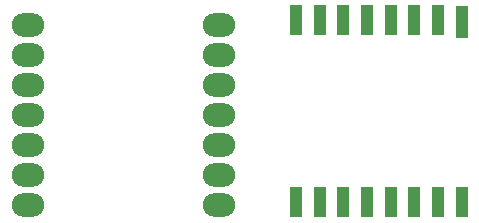
<source format=gbr>
%TF.GenerationSoftware,KiCad,Pcbnew,7.0.9*%
%TF.CreationDate,2024-02-15T22:09:53+01:00*%
%TF.ProjectId,esp32c3,65737033-3263-4332-9e6b-696361645f70,rev?*%
%TF.SameCoordinates,Original*%
%TF.FileFunction,Paste,Top*%
%TF.FilePolarity,Positive*%
%FSLAX46Y46*%
G04 Gerber Fmt 4.6, Leading zero omitted, Abs format (unit mm)*
G04 Created by KiCad (PCBNEW 7.0.9) date 2024-02-15 22:09:53*
%MOMM*%
%LPD*%
G01*
G04 APERTURE LIST*
%ADD10R,1.100000X2.800000*%
%ADD11R,1.100000X2.600000*%
%ADD12O,2.748280X1.998980*%
G04 APERTURE END LIST*
D10*
%TO.C,U3*%
X173482000Y-73152000D03*
D11*
X171482000Y-73052000D03*
X169482000Y-73052000D03*
X167482000Y-73052000D03*
X165482000Y-73052000D03*
X163482000Y-73052000D03*
X161482000Y-73052000D03*
X159482000Y-73052000D03*
X159482000Y-88452000D03*
X161482000Y-88452000D03*
X163482000Y-88452000D03*
X165482000Y-88452000D03*
X167482000Y-88452000D03*
X169482000Y-88452000D03*
X171482000Y-88452000D03*
X173482000Y-88452000D03*
%TD*%
D12*
%TO.C,U2*%
X136743440Y-73406000D03*
X136743440Y-75946000D03*
X136743440Y-78486000D03*
X136743440Y-81026000D03*
X136743440Y-83566000D03*
X136743440Y-86106000D03*
X136743440Y-88646000D03*
X152908000Y-88646000D03*
X152908000Y-86106000D03*
X152908000Y-83566000D03*
X152908000Y-81026000D03*
X152908000Y-78486000D03*
X152908000Y-75946000D03*
X152908000Y-73406000D03*
%TD*%
M02*

</source>
